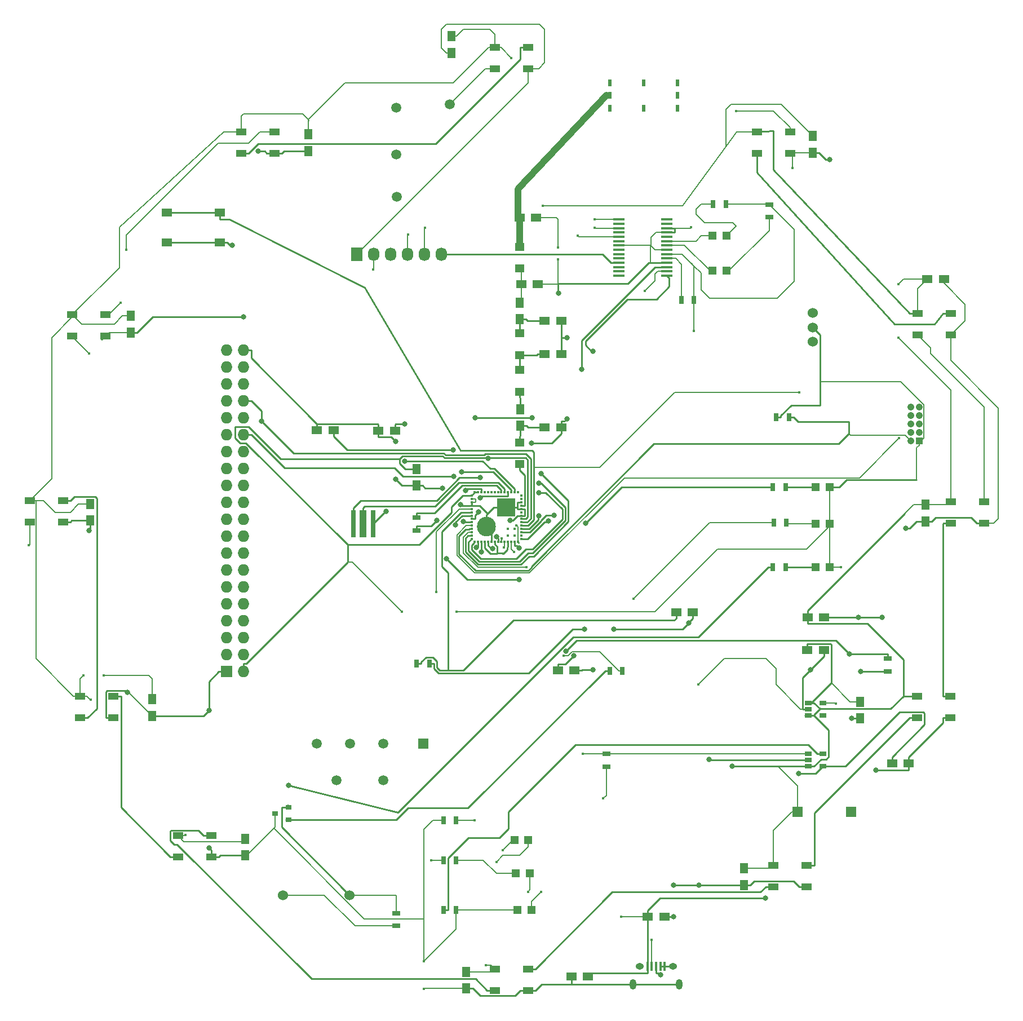
<source format=gtl>
G04 #@! TF.GenerationSoftware,KiCad,Pcbnew,(2016-12-18 revision 3ffa37c)-master*
G04 #@! TF.CreationDate,2016-12-20T20:39:12-08:00*
G04 #@! TF.ProjectId,badge-kicad,62616467652D6B696361642E6B696361,rev?*
G04 #@! TF.FileFunction,Copper,L1,Top,Mixed*
G04 #@! TF.FilePolarity,Positive*
%FSLAX46Y46*%
G04 Gerber Fmt 4.6, Leading zero omitted, Abs format (unit mm)*
G04 Created by KiCad (PCBNEW (2016-12-18 revision 3ffa37c)-master) date Tuesday, December 20, 2016 'PMt' 08:39:12 PM*
%MOMM*%
%LPD*%
G01*
G04 APERTURE LIST*
%ADD10C,0.150000*%
%ADD11R,1.600000X1.000000*%
%ADD12R,1.500000X1.500000*%
%ADD13R,1.198880X1.198880*%
%ADD14C,1.500000*%
%ADD15C,1.050000*%
%ADD16R,1.050000X1.050000*%
%ADD17R,0.900000X0.800000*%
%ADD18O,1.727200X1.727200*%
%ADD19R,1.727200X1.727200*%
%ADD20R,0.700000X1.300000*%
%ADD21R,1.000000X4.100000*%
%ADD22R,0.700000X4.100000*%
%ADD23R,1.250000X1.500000*%
%ADD24R,1.500000X1.250000*%
%ADD25O,1.000000X1.550000*%
%ADD26O,1.250000X0.950000*%
%ADD27R,0.400000X1.350000*%
%ADD28R,1.300000X0.700000*%
%ADD29R,1.727200X2.032000*%
%ADD30O,1.727200X2.032000*%
%ADD31R,1.060000X0.650000*%
%ADD32R,0.500000X1.000000*%
%ADD33C,1.524000*%
%ADD34R,1.750000X0.450000*%
%ADD35R,0.406400X0.406400*%
%ADD36O,2.819400X2.946400*%
%ADD37R,2.667000X2.667000*%
%ADD38R,0.304800X0.406400*%
%ADD39R,0.406400X0.304800*%
%ADD40R,1.550000X1.300000*%
%ADD41R,1.399540X1.150620*%
%ADD42C,0.400000*%
%ADD43C,0.800000*%
%ADD44C,0.130000*%
%ADD45C,0.152400*%
%ADD46C,0.250000*%
%ADD47C,1.000000*%
G04 APERTURE END LIST*
D10*
D11*
X27900000Y-102700000D03*
X27900000Y-99500000D03*
X22900000Y-102700000D03*
X22900000Y-99500000D03*
D12*
X138250000Y-146250000D03*
X146250000Y-146250000D03*
D11*
X166290000Y-102870000D03*
X166290000Y-99670000D03*
X161290000Y-102870000D03*
X161290000Y-99670000D03*
D13*
X97799020Y-150500000D03*
X95700980Y-150500000D03*
X140950980Y-109500000D03*
X143049020Y-109500000D03*
X127549020Y-59750000D03*
X125450980Y-59750000D03*
X125450980Y-65000000D03*
X127549020Y-65000000D03*
X98299020Y-161000000D03*
X96200980Y-161000000D03*
X140950980Y-103000000D03*
X143049020Y-103000000D03*
X143049020Y-97500000D03*
X140950980Y-97500000D03*
X95950980Y-155500000D03*
X98049020Y-155500000D03*
D14*
X78000000Y-40500000D03*
X78000000Y-47500000D03*
X78040000Y-53910000D03*
X86000000Y-40000000D03*
X76000000Y-141500000D03*
X71000000Y-136000000D03*
X76000000Y-136000000D03*
X69000000Y-141500000D03*
X66000000Y-136000000D03*
D12*
X82000000Y-136000000D03*
D15*
X155230000Y-90500000D03*
X155230000Y-85420000D03*
X155230000Y-86690000D03*
X155230000Y-87960000D03*
X155230000Y-89230000D03*
X156500000Y-85420000D03*
X156500000Y-86690000D03*
X156500000Y-87960000D03*
X156500000Y-89230000D03*
D16*
X156500000Y-90500000D03*
D17*
X59750000Y-146500000D03*
X61750000Y-145550000D03*
X61750000Y-147450000D03*
D18*
X55040000Y-76940000D03*
X52500000Y-76940000D03*
X55040000Y-79480000D03*
X52500000Y-79480000D03*
X55040000Y-82020000D03*
X52500000Y-82020000D03*
X55040000Y-84560000D03*
X52500000Y-84560000D03*
X55040000Y-87100000D03*
X52500000Y-87100000D03*
X55040000Y-89640000D03*
X52500000Y-89640000D03*
X55040000Y-92180000D03*
X52500000Y-92180000D03*
X55040000Y-94720000D03*
X52500000Y-94720000D03*
X55040000Y-97260000D03*
X52500000Y-97260000D03*
X55040000Y-99800000D03*
X52500000Y-99800000D03*
X55040000Y-102340000D03*
X52500000Y-102340000D03*
X55040000Y-104880000D03*
X52500000Y-104880000D03*
X55040000Y-107420000D03*
X52500000Y-107420000D03*
X55040000Y-109960000D03*
X52500000Y-109960000D03*
X55040000Y-112500000D03*
X52500000Y-112500000D03*
X55040000Y-115040000D03*
X52500000Y-115040000D03*
X55040000Y-117580000D03*
X52500000Y-117580000D03*
X55040000Y-120120000D03*
X52500000Y-120120000D03*
X55040000Y-122660000D03*
X52500000Y-122660000D03*
X55040000Y-125200000D03*
D19*
X52500000Y-125200000D03*
D20*
X136450000Y-97500000D03*
X134550000Y-97500000D03*
D21*
X73000000Y-103000000D03*
D22*
X71500000Y-103000000D03*
X74500000Y-103000000D03*
D23*
X130175000Y-157230000D03*
X130175000Y-154730000D03*
X88500000Y-170250000D03*
X88500000Y-172750000D03*
X55245000Y-152785000D03*
X55245000Y-150285000D03*
X41275000Y-129330000D03*
X41275000Y-131830000D03*
X32000000Y-102500000D03*
X32000000Y-100000000D03*
X38100000Y-71775000D03*
X38100000Y-74275000D03*
X64770000Y-46970000D03*
X64770000Y-44470000D03*
X86250000Y-29750000D03*
X86250000Y-32250000D03*
D24*
X142250000Y-117000000D03*
X139750000Y-117000000D03*
X152435000Y-138988000D03*
X154935000Y-138988000D03*
X142220000Y-121920000D03*
X139720000Y-121920000D03*
X120000000Y-116250000D03*
X122500000Y-116250000D03*
D23*
X157480000Y-102620000D03*
X157480000Y-100120000D03*
D24*
X66060000Y-88900000D03*
X68560000Y-88900000D03*
X77750000Y-89000000D03*
X75250000Y-89000000D03*
D23*
X81000000Y-94750000D03*
X81000000Y-97250000D03*
X96600000Y-85750000D03*
X96600000Y-88250000D03*
X96500000Y-72250000D03*
X96500000Y-69750000D03*
D24*
X102750000Y-77500000D03*
X100250000Y-77500000D03*
X100250000Y-72500000D03*
X102750000Y-72500000D03*
X99250000Y-67000000D03*
X96750000Y-67000000D03*
X96500000Y-57000000D03*
X99000000Y-57000000D03*
X102750000Y-88500000D03*
X100250000Y-88500000D03*
X106750000Y-171000000D03*
X104250000Y-171000000D03*
X118250000Y-162000000D03*
X115750000Y-162000000D03*
X102250000Y-125000000D03*
X104750000Y-125000000D03*
D23*
X147650000Y-132200000D03*
X147650000Y-129700000D03*
X140500000Y-44750000D03*
X140500000Y-47250000D03*
D24*
X160250000Y-66200000D03*
X157750000Y-66200000D03*
D25*
X120499100Y-172137460D03*
X113499100Y-172137460D03*
D26*
X119499100Y-169437460D03*
X114499100Y-169437460D03*
D27*
X118299100Y-169437460D03*
X117649100Y-169437460D03*
X116999100Y-169437460D03*
X116349100Y-169437460D03*
X115699100Y-169437460D03*
D20*
X85050000Y-153500000D03*
X86950000Y-153500000D03*
D28*
X109500000Y-137550000D03*
X109500000Y-139450000D03*
X134000000Y-56950000D03*
X134000000Y-55050000D03*
D20*
X127450000Y-55000000D03*
X125550000Y-55000000D03*
X86950000Y-147500000D03*
X85050000Y-147500000D03*
D28*
X78000000Y-163350000D03*
X78000000Y-161450000D03*
D20*
X136550000Y-102800000D03*
X134650000Y-102800000D03*
X81050000Y-124000000D03*
X82950000Y-124000000D03*
X122700000Y-69350000D03*
X120800000Y-69350000D03*
X110025000Y-125038000D03*
X111925000Y-125038000D03*
X86950000Y-161000000D03*
X85050000Y-161000000D03*
D28*
X151810000Y-123230000D03*
X151810000Y-125130000D03*
X81000000Y-102050000D03*
X81000000Y-103950000D03*
D20*
X135050000Y-87000000D03*
X136950000Y-87000000D03*
X136450000Y-109500000D03*
X134550000Y-109500000D03*
D29*
X72000000Y-62500000D03*
D30*
X74540000Y-62500000D03*
X77080000Y-62500000D03*
X79620000Y-62500000D03*
X82160000Y-62500000D03*
X84700000Y-62500000D03*
D31*
X142070000Y-129860000D03*
X142070000Y-131760000D03*
X139870000Y-131760000D03*
X139870000Y-130810000D03*
X139870000Y-129860000D03*
X139870000Y-137480000D03*
X139870000Y-138430000D03*
X139870000Y-139380000D03*
X142070000Y-139380000D03*
X142070000Y-137480000D03*
D32*
X110024000Y-40570000D03*
X110024000Y-36770000D03*
X120224000Y-36770000D03*
X120224000Y-40570000D03*
X120224000Y-38670000D03*
X110024000Y-38670000D03*
X115124000Y-36770000D03*
X115124000Y-40570000D03*
D33*
X140500000Y-75650000D03*
X140500000Y-73500000D03*
X140500000Y-71350000D03*
X60960000Y-158750000D03*
X70960000Y-158750000D03*
D34*
X111400000Y-57275000D03*
X111400000Y-57925000D03*
X111400000Y-58575000D03*
X111400000Y-59225000D03*
X111400000Y-59875000D03*
X111400000Y-60525000D03*
X111400000Y-61175000D03*
X111400000Y-61825000D03*
X111400000Y-62475000D03*
X111400000Y-63125000D03*
X111400000Y-63775000D03*
X111400000Y-64425000D03*
X111400000Y-65075000D03*
X111400000Y-65725000D03*
X118600000Y-65725000D03*
X118600000Y-65075000D03*
X118600000Y-64425000D03*
X118600000Y-63775000D03*
X118600000Y-63125000D03*
X118600000Y-62475000D03*
X118600000Y-61825000D03*
X118600000Y-61175000D03*
X118600000Y-60525000D03*
X118600000Y-59875000D03*
X118600000Y-59225000D03*
X118600000Y-58575000D03*
X118600000Y-57925000D03*
X118600000Y-57275000D03*
D11*
X156250000Y-71425000D03*
X156250000Y-74625000D03*
X161250000Y-71425000D03*
X161250000Y-74625000D03*
X137120000Y-47320000D03*
X137120000Y-44120000D03*
X132120000Y-47320000D03*
X132120000Y-44120000D03*
D35*
X94749806Y-104749804D03*
X94749806Y-103749806D03*
X95749804Y-103749806D03*
X95749804Y-104749804D03*
D36*
X91500130Y-103399794D03*
D37*
X94499870Y-100500130D03*
D38*
X89750070Y-98275090D03*
X90250196Y-98275090D03*
X90750068Y-98275090D03*
X91250194Y-98275090D03*
X91750066Y-98275090D03*
X92250192Y-98275090D03*
X92750064Y-98275090D03*
X93249936Y-98275090D03*
X93749808Y-98275090D03*
X94249934Y-98275090D03*
X94749806Y-98275090D03*
X95249932Y-98275090D03*
X95749804Y-98275090D03*
X96249930Y-98275090D03*
D39*
X96724910Y-98750070D03*
X96724910Y-99250196D03*
X96724910Y-99750068D03*
X96724910Y-100250194D03*
X96724910Y-100750066D03*
X96724910Y-101250192D03*
X96724910Y-101750064D03*
X96724910Y-102249936D03*
X96724910Y-102749808D03*
X96724910Y-103249934D03*
X96724910Y-103749806D03*
X96724910Y-104249932D03*
X96724910Y-104749804D03*
X96724910Y-105249930D03*
D38*
X96249930Y-105724910D03*
X95749804Y-105724910D03*
X95249932Y-105724910D03*
X94749806Y-105724910D03*
X94249934Y-105724910D03*
X93749808Y-105724910D03*
X93249936Y-105724910D03*
X92750064Y-105724910D03*
X92250192Y-105724910D03*
X91750066Y-105724910D03*
X91250194Y-105724910D03*
X90750068Y-105724910D03*
X90250196Y-105724910D03*
X89750070Y-105724910D03*
D39*
X89275090Y-105249930D03*
X89275090Y-104749804D03*
X89275090Y-104249932D03*
X89275090Y-103749806D03*
X89275090Y-103249934D03*
X89275090Y-102749808D03*
X89275090Y-102249936D03*
X89275090Y-101750064D03*
X89275090Y-101250192D03*
X89275090Y-100750066D03*
X89275090Y-100250194D03*
X89275090Y-99750068D03*
X89275090Y-99250196D03*
D35*
X89275090Y-98750070D03*
D40*
X51475000Y-60750000D03*
X43525000Y-60750000D03*
X51475000Y-56250000D03*
X43525000Y-56250000D03*
D41*
X96500000Y-83125600D03*
X96500000Y-79874400D03*
X96500000Y-61374400D03*
X96500000Y-64625600D03*
X96500000Y-77625600D03*
X96500000Y-74374400D03*
X96500000Y-90748800D03*
X96500000Y-94000000D03*
D11*
X29300000Y-71600000D03*
X29300000Y-74800000D03*
X34300000Y-71600000D03*
X34300000Y-74800000D03*
X30480000Y-128880000D03*
X30480000Y-132080000D03*
X35480000Y-128880000D03*
X35480000Y-132080000D03*
X50165000Y-153035000D03*
X50165000Y-149835000D03*
X45165000Y-153035000D03*
X45165000Y-149835000D03*
X92750000Y-169850000D03*
X92750000Y-173050000D03*
X97750000Y-169850000D03*
X97750000Y-173050000D03*
X139620000Y-157480000D03*
X139620000Y-154280000D03*
X134620000Y-157480000D03*
X134620000Y-154280000D03*
X156210000Y-128880000D03*
X156210000Y-132080000D03*
X161210000Y-128880000D03*
X161210000Y-132080000D03*
X97750000Y-34620000D03*
X97750000Y-31420000D03*
X92750000Y-34620000D03*
X92750000Y-31420000D03*
X59650000Y-47320000D03*
X59650000Y-44120000D03*
X54650000Y-47320000D03*
X54650000Y-44120000D03*
D42*
X137476000Y-49592000D03*
X122236000Y-58482000D03*
X102250000Y-63250000D03*
X102250000Y-61500000D03*
X82100000Y-168700000D03*
X82100000Y-172800000D03*
D43*
X53316000Y-61119900D03*
X124935000Y-138375000D03*
X146398000Y-132200000D03*
X147730000Y-125130000D03*
X143100000Y-48280300D03*
X110639000Y-118786000D03*
X107475000Y-124940000D03*
X119609000Y-162000000D03*
X87571400Y-100124000D03*
X84916200Y-97601100D03*
D42*
X123373000Y-127113000D03*
D43*
X121875000Y-117904000D03*
X150000000Y-139938000D03*
X55040000Y-71919700D03*
X119609000Y-157230000D03*
X103578000Y-75000000D03*
X103578000Y-87196300D03*
X102365000Y-68326200D03*
X77855900Y-96295900D03*
X77855900Y-90636300D03*
X150979000Y-117000000D03*
X154520000Y-103676000D03*
X140212000Y-124879000D03*
X147378000Y-117000000D03*
X57251200Y-47019500D03*
X37539800Y-128290000D03*
X31833700Y-103997000D03*
X49838300Y-131018000D03*
X49838300Y-151660000D03*
X123400000Y-157230000D03*
X76470600Y-101109000D03*
X95074900Y-102436000D03*
X98288900Y-90845400D03*
X99343500Y-98294000D03*
X98361200Y-87032800D03*
X89843200Y-87032800D03*
X88364100Y-97984400D03*
X57721800Y-87533100D03*
D42*
X138500000Y-83250000D03*
D43*
X99373900Y-101753000D03*
D42*
X96034200Y-103191300D03*
D43*
X85521600Y-108207000D03*
X96405600Y-111319000D03*
X96405600Y-106610000D03*
D42*
X94019100Y-107428200D03*
X103110000Y-122757900D03*
X74500000Y-64750000D03*
X107750000Y-58500000D03*
D43*
X93041600Y-104900000D03*
X61784000Y-142302000D03*
X90764000Y-107234000D03*
X86854600Y-103173000D03*
X90024000Y-106549000D03*
D42*
X82250000Y-58500000D03*
X107750000Y-57250000D03*
D43*
X99367700Y-96863000D03*
D42*
X105250000Y-59750000D03*
X79750000Y-59500000D03*
D43*
X99707600Y-95438000D03*
D42*
X153521900Y-90105400D03*
D43*
X88005700Y-102624000D03*
X84040500Y-102432000D03*
X90358200Y-101177000D03*
X86633400Y-95852700D03*
D42*
X113600000Y-114200000D03*
X84000000Y-113200000D03*
X31800000Y-77400000D03*
X37400000Y-61800000D03*
X36600000Y-69800000D03*
X22800000Y-106200000D03*
X94000000Y-152000000D03*
X89750000Y-147500000D03*
D43*
X105824000Y-79741300D03*
X104648000Y-122772000D03*
X87796600Y-95157100D03*
X86525200Y-91899700D03*
X79233100Y-93553100D03*
X79233100Y-87960400D03*
D42*
X95618700Y-107177700D03*
X94149400Y-106574400D03*
X93774900Y-105159900D03*
X97478200Y-109532000D03*
D43*
X107480000Y-77044600D03*
X117670000Y-170742000D03*
D42*
X115300000Y-68000000D03*
X116350000Y-165450000D03*
X78800000Y-116200000D03*
X87000000Y-116200000D03*
X144750000Y-109500000D03*
X144000000Y-130000000D03*
X93000000Y-153750000D03*
D43*
X91763900Y-93183300D03*
X92402700Y-106736000D03*
X100861000Y-102553000D03*
X146050000Y-122555000D03*
X103477000Y-122074000D03*
D42*
X153400000Y-67000000D03*
X153400000Y-75000000D03*
X31000000Y-125750000D03*
X34000000Y-125750000D03*
X95250000Y-33000000D03*
X100000000Y-55250000D03*
D43*
X128405000Y-139380000D03*
D42*
X46308000Y-149734000D03*
X91403600Y-169302700D03*
X32067500Y-129379200D03*
X83250000Y-153500000D03*
X106000000Y-137500000D03*
X99750000Y-158250000D03*
X109000000Y-144250000D03*
X97750000Y-158250000D03*
X111750000Y-162000000D03*
X122700000Y-74000000D03*
D43*
X138385000Y-140457000D03*
X133398000Y-159235000D03*
D42*
X129000000Y-41000000D03*
D43*
X106275000Y-118786000D03*
X90568600Y-99080300D03*
X90568600Y-96070800D03*
X106390000Y-102925000D03*
X101672000Y-101701000D03*
D44*
X140500000Y-47250000D02*
X137190000Y-47250000D01*
X137190000Y-47250000D02*
X137476000Y-47536000D01*
X137476000Y-47536000D02*
X137476000Y-49592000D01*
X122236000Y-58482000D02*
X122143000Y-58575000D01*
X122143000Y-58575000D02*
X118600000Y-58575000D01*
X140430000Y-47320000D02*
X140500000Y-47250000D01*
X38100000Y-74275000D02*
X34825000Y-74275000D01*
X34825000Y-74275000D02*
X34300000Y-74800000D01*
X97750000Y-34620000D02*
X97750000Y-36750000D01*
X97750000Y-36750000D02*
X72000000Y-62500000D01*
X166290000Y-102870000D02*
X167730000Y-102870000D01*
X161250000Y-78450000D02*
X161250000Y-74625000D01*
X168400000Y-85600000D02*
X161250000Y-78450000D01*
X168400000Y-102200000D02*
X168400000Y-85600000D01*
X167730000Y-102870000D02*
X168400000Y-102200000D01*
X160250000Y-66200000D02*
X160250000Y-66850000D01*
X160250000Y-66850000D02*
X163400000Y-70000000D01*
X163400000Y-70000000D02*
X163400000Y-72475000D01*
X163400000Y-72475000D02*
X161250000Y-74625000D01*
X37539800Y-128290000D02*
X37735000Y-128290000D01*
X37735000Y-128290000D02*
X41275000Y-131830000D01*
X86250000Y-32250000D02*
X85495000Y-32250000D01*
X85495000Y-32250000D02*
X84750000Y-31505000D01*
X84750000Y-31505000D02*
X84750000Y-28750000D01*
X84750000Y-28750000D02*
X85500000Y-28000000D01*
X85500000Y-28000000D02*
X99500000Y-28000000D01*
X99500000Y-28000000D02*
X100250000Y-28750000D01*
X99380000Y-34620000D02*
X97750000Y-34620000D01*
X100250000Y-28750000D02*
X100250000Y-33750000D01*
X100250000Y-33750000D02*
X99380000Y-34620000D01*
X102250000Y-57250000D02*
X102250000Y-61500000D01*
X139870000Y-130810000D02*
X138690000Y-130810000D01*
X127236000Y-123250000D02*
X123373000Y-127113000D01*
X133500000Y-123250000D02*
X127236000Y-123250000D01*
X135000000Y-124750000D02*
X133500000Y-123250000D01*
X135000000Y-127120000D02*
X135000000Y-124750000D01*
X138690000Y-130810000D02*
X135000000Y-127120000D01*
X86950000Y-161000000D02*
X96200980Y-161000000D01*
X86950000Y-161000000D02*
X86950000Y-163850000D01*
X86950000Y-163850000D02*
X82100000Y-168700000D01*
X102000000Y-57000000D02*
X102250000Y-57250000D01*
X98750000Y-57000000D02*
X102000000Y-57000000D01*
X116175000Y-61175000D02*
X116175000Y-63775000D01*
X116250000Y-63750000D02*
X116250000Y-63775000D01*
X116200000Y-63750000D02*
X116250000Y-63750000D01*
X116175000Y-63775000D02*
X116200000Y-63750000D01*
X116825000Y-61825000D02*
X118600000Y-61825000D01*
X116250000Y-61250000D02*
X116825000Y-61825000D01*
X116250000Y-60000000D02*
X116250000Y-61250000D01*
X117025000Y-59225000D02*
X116250000Y-60000000D01*
X118600000Y-59225000D02*
X117025000Y-59225000D01*
X99250000Y-67000000D02*
X102250000Y-67000000D01*
X82150000Y-172750000D02*
X82100000Y-172800000D01*
X88500000Y-172750000D02*
X82150000Y-172750000D01*
D45*
X89824900Y-99750100D02*
X89275100Y-99750100D01*
X89900000Y-99675000D02*
X89824900Y-99750100D01*
X89900000Y-99300000D02*
X89900000Y-99675000D01*
X89850200Y-99250200D02*
X89900000Y-99300000D01*
X89275100Y-99250200D02*
X89850200Y-99250200D01*
D46*
X51475000Y-60750000D02*
X43525000Y-60750000D01*
X52945200Y-61119900D02*
X53316000Y-61119900D01*
X52575300Y-60750000D02*
X52945200Y-61119900D01*
X51475000Y-60750000D02*
X52575300Y-60750000D01*
X96196400Y-99750100D02*
X96196400Y-100500000D01*
X96724900Y-99750100D02*
X96196400Y-99750100D01*
X61125300Y-46970000D02*
X64770000Y-46970000D01*
X60775300Y-47320000D02*
X61125300Y-46970000D01*
X59650000Y-47320000D02*
X60775300Y-47320000D01*
X51540300Y-152785000D02*
X55245000Y-152785000D01*
X51290300Y-153035000D02*
X51540300Y-152785000D01*
X50165000Y-153035000D02*
X51290300Y-153035000D01*
X29225300Y-102500000D02*
X32000000Y-102500000D01*
X29025300Y-102700000D02*
X29225300Y-102500000D01*
X27900000Y-102700000D02*
X29025300Y-102700000D01*
X154935000Y-138038000D02*
X154935000Y-138988000D01*
X160085000Y-132888000D02*
X154935000Y-138038000D01*
X160085000Y-132080000D02*
X160085000Y-132888000D01*
X161210000Y-132080000D02*
X160085000Y-132080000D01*
X118600000Y-63775000D02*
X116250000Y-63775000D01*
X124991000Y-138430000D02*
X124935000Y-138375000D01*
X139870000Y-138430000D02*
X124991000Y-138430000D01*
X151810000Y-125130000D02*
X147730000Y-125130000D01*
X147650000Y-132200000D02*
X146398000Y-132200000D01*
X104250000Y-171000000D02*
X104250000Y-172138000D01*
X142481000Y-48280300D02*
X143100000Y-48280300D01*
X141450000Y-47250000D02*
X142481000Y-48280300D01*
X140500000Y-47250000D02*
X141450000Y-47250000D01*
X105885000Y-124940000D02*
X107475000Y-124940000D01*
X105825000Y-125000000D02*
X105885000Y-124940000D01*
X104750000Y-125000000D02*
X105825000Y-125000000D01*
X118250000Y-162000000D02*
X119609000Y-162000000D01*
X75150000Y-87949700D02*
X66060000Y-87949700D01*
X75250000Y-88049700D02*
X75150000Y-87949700D01*
X75250000Y-89000000D02*
X75250000Y-88049700D01*
X139015000Y-130810000D02*
X139870000Y-130810000D01*
X139015000Y-126076000D02*
X139015000Y-130810000D01*
X122500000Y-117200000D02*
X122500000Y-116250000D01*
X121875000Y-117825000D02*
X122500000Y-117200000D01*
X121875000Y-117904000D02*
X121875000Y-117825000D01*
X154935000Y-139938000D02*
X150000000Y-139938000D01*
X154935000Y-138988000D02*
X154935000Y-139938000D01*
X39050300Y-74275000D02*
X38100000Y-74275000D01*
X41405600Y-71919700D02*
X39050300Y-74275000D01*
X55040000Y-71919700D02*
X41405600Y-71919700D01*
X98875300Y-173050000D02*
X97750000Y-173050000D01*
X99787800Y-172138000D02*
X98875300Y-173050000D01*
X104250000Y-172138000D02*
X99787800Y-172138000D01*
X96624700Y-173050000D02*
X97750000Y-173050000D01*
X95799300Y-173875000D02*
X96624700Y-173050000D01*
X90575700Y-173875000D02*
X95799300Y-173875000D01*
X89450300Y-172750000D02*
X90575700Y-173875000D01*
X88500000Y-172750000D02*
X89450300Y-172750000D01*
X131125000Y-157230000D02*
X130175000Y-157230000D01*
X131701000Y-156655000D02*
X131125000Y-157230000D01*
X137669000Y-156655000D02*
X131701000Y-156655000D01*
X138495000Y-157480000D02*
X137669000Y-156655000D01*
X139620000Y-157480000D02*
X138495000Y-157480000D01*
X102750000Y-75000000D02*
X103578000Y-75000000D01*
X103224000Y-87549700D02*
X103578000Y-87196300D01*
X102750000Y-87549700D02*
X103224000Y-87549700D01*
X102750000Y-88500000D02*
X102750000Y-87549700D01*
X102250000Y-68210900D02*
X102365000Y-68326200D01*
X102250000Y-67000000D02*
X102250000Y-68210900D01*
X119800000Y-58575000D02*
X118600000Y-58575000D01*
X119800000Y-59225000D02*
X119800000Y-58575000D01*
X118600000Y-59225000D02*
X119800000Y-59225000D01*
X78810000Y-97250000D02*
X77855900Y-96295900D01*
X81000000Y-97250000D02*
X78810000Y-97250000D01*
X77169900Y-89950300D02*
X77855900Y-90636300D01*
X75250000Y-89950300D02*
X77169900Y-89950300D01*
X75250000Y-89000000D02*
X75250000Y-89950300D01*
X139015000Y-126076000D02*
X140212000Y-124879000D01*
X142220000Y-122870000D02*
X140212000Y-124879000D01*
X142220000Y-121920000D02*
X142220000Y-122870000D01*
X58224200Y-47019500D02*
X57251200Y-47019500D01*
X58524700Y-47320000D02*
X58224200Y-47019500D01*
X59650000Y-47320000D02*
X58524700Y-47320000D01*
X32000000Y-103830000D02*
X31833700Y-103997000D01*
X32000000Y-102500000D02*
X32000000Y-103830000D01*
X34354700Y-132080000D02*
X35480000Y-132080000D01*
X34354700Y-128230000D02*
X34354700Y-132080000D01*
X34533100Y-128052000D02*
X34354700Y-128230000D01*
X37301700Y-128052000D02*
X34533100Y-128052000D01*
X37539800Y-128290000D02*
X37301700Y-128052000D01*
X50165000Y-151987000D02*
X50165000Y-153035000D01*
X49838300Y-151660000D02*
X50165000Y-151987000D01*
X49026500Y-131830000D02*
X49838300Y-131018000D01*
X41275000Y-131830000D02*
X49026500Y-131830000D01*
X51311100Y-125200000D02*
X52500000Y-125200000D01*
X49838300Y-126673000D02*
X51311100Y-125200000D01*
X49838300Y-131018000D02*
X49838300Y-126673000D01*
X76390700Y-101109000D02*
X74500000Y-103000000D01*
X76470600Y-101109000D02*
X76390700Y-101109000D01*
X34137700Y-74828000D02*
X33663500Y-75302200D01*
X66060000Y-88900000D02*
X66060000Y-87949700D01*
X56228900Y-78118600D02*
X66060000Y-87949700D01*
X56228900Y-76940000D02*
X56228900Y-78118600D01*
X55040000Y-76940000D02*
X56228900Y-76940000D01*
X120993000Y-118786000D02*
X110639000Y-118786000D01*
X121875000Y-117904000D02*
X120993000Y-118786000D01*
X89275100Y-99750100D02*
X89275100Y-100250000D01*
X87697600Y-100250000D02*
X87571400Y-100124000D01*
X89275100Y-100250000D02*
X87697600Y-100250000D01*
X81950300Y-97250000D02*
X81000000Y-97250000D01*
X82301400Y-97601100D02*
X81950300Y-97250000D01*
X84916200Y-97601100D02*
X82301400Y-97601100D01*
X101355000Y-90845400D02*
X98288900Y-90845400D01*
X102750000Y-89450300D02*
X101355000Y-90845400D01*
X102750000Y-88500000D02*
X102750000Y-89450300D01*
X90469700Y-100250000D02*
X91660500Y-101441000D01*
X89275100Y-100250000D02*
X90469700Y-100250000D01*
X102250000Y-67000000D02*
X102250000Y-66996600D01*
D44*
X102250000Y-63250000D02*
X102250000Y-66996600D01*
X82100000Y-162288500D02*
X82100000Y-168700000D01*
D46*
X102750000Y-77500000D02*
X102750000Y-75000000D01*
X102750000Y-75000000D02*
X102750000Y-72500000D01*
X142250000Y-117000000D02*
X147378000Y-117000000D01*
X147378000Y-117000000D02*
X150979000Y-117000000D01*
X130175000Y-157230000D02*
X123400000Y-157230000D01*
X123400000Y-157230000D02*
X119609000Y-157230000D01*
X115900000Y-63775000D02*
X116175000Y-63775000D01*
X112726000Y-66948300D02*
X115900000Y-63775000D01*
X102298000Y-66948300D02*
X112726000Y-66948300D01*
X102250000Y-66996600D02*
X102298000Y-66948300D01*
X116175000Y-63775000D02*
X116250000Y-63775000D01*
X91500100Y-101601000D02*
X91500100Y-103399800D01*
X91660500Y-101441000D02*
X91500100Y-101601000D01*
X33575000Y-74828000D02*
X34137700Y-74828000D01*
X156129000Y-102620000D02*
X157480000Y-102620000D01*
X155073000Y-103676000D02*
X156129000Y-102620000D01*
X154520000Y-103676000D02*
X155073000Y-103676000D01*
X165165000Y-102870000D02*
X166290000Y-102870000D01*
X164339000Y-102045000D02*
X165165000Y-102870000D01*
X159006000Y-102045000D02*
X164339000Y-102045000D01*
X158430000Y-102620000D02*
X159006000Y-102045000D01*
X157480000Y-102620000D02*
X158430000Y-102620000D01*
D44*
X111400000Y-61175000D02*
X116175000Y-61175000D01*
X116175000Y-61175000D02*
X116250000Y-61250000D01*
D46*
X92250200Y-104150000D02*
X92250200Y-105724900D01*
X91500100Y-103400000D02*
X92250200Y-104150000D01*
X91500100Y-103399800D02*
X91500100Y-103400000D01*
X92250200Y-105724900D02*
X92250200Y-105725000D01*
D44*
X96724900Y-101750000D02*
X96724900Y-101750100D01*
D46*
X95509900Y-102436000D02*
X95074900Y-102436000D01*
X96196300Y-101750000D02*
X95509900Y-102436000D01*
X96724900Y-101750000D02*
X96196300Y-101750000D01*
X117649600Y-169438000D02*
X117649000Y-169438000D01*
D44*
X117649600Y-169438000D02*
X117649100Y-169437500D01*
X89275100Y-100250200D02*
X89275100Y-100250000D01*
X96724900Y-100750000D02*
X96724900Y-100750100D01*
D46*
X96196400Y-100750000D02*
X96724900Y-100750000D01*
X96196400Y-100500000D02*
X96196400Y-100750000D01*
X97253400Y-101750000D02*
X96724900Y-101750000D01*
X97253400Y-100750000D02*
X97253400Y-101750000D01*
X96724900Y-100750000D02*
X97253400Y-100750000D01*
X118298600Y-169438000D02*
X117649600Y-169438000D01*
D44*
X118298600Y-169438000D02*
X118299100Y-169437500D01*
D46*
X119499000Y-169438000D02*
X118298600Y-169438000D01*
D44*
X119499000Y-169437600D02*
X119499000Y-169438000D01*
X119499100Y-169437500D02*
X119499000Y-169437600D01*
X120499000Y-172137600D02*
X120499000Y-172138000D01*
X120499100Y-172137500D02*
X120499000Y-172137600D01*
D46*
X96196400Y-100500000D02*
X94499800Y-100500000D01*
X92601300Y-100500000D02*
X91660500Y-101441000D01*
X94499800Y-100500000D02*
X92601300Y-100500000D01*
D44*
X94499800Y-100500000D02*
X94499900Y-100500100D01*
D46*
X55720200Y-152785000D02*
X55482600Y-152785000D01*
X55482600Y-152785000D02*
X55245000Y-152785000D01*
D44*
X82100000Y-148900000D02*
X82100000Y-162288500D01*
X83500000Y-147500000D02*
X82100000Y-148900000D01*
X85050000Y-147500000D02*
X83500000Y-147500000D01*
X73136300Y-162288500D02*
X59557700Y-148709900D01*
X82100000Y-162288500D02*
X73136300Y-162288500D01*
X55482600Y-152785000D02*
X59557700Y-148709900D01*
X59750000Y-148517600D02*
X59750000Y-146500000D01*
X59557700Y-148709900D02*
X59750000Y-148517600D01*
D46*
X104250000Y-172138000D02*
X113498600Y-172138000D01*
X113498600Y-172138000D02*
X120499000Y-172138000D01*
D44*
X113498600Y-172138000D02*
X113499100Y-172137500D01*
D46*
X96049000Y-161000000D02*
X96419900Y-161000000D01*
X98361200Y-87032800D02*
X89843200Y-87032800D01*
X88601900Y-97746600D02*
X88364100Y-97984400D01*
X90750100Y-97746600D02*
X88601900Y-97746600D01*
X90750100Y-98275100D02*
X90750100Y-97746600D01*
X89750100Y-105725000D02*
X89570500Y-105904400D01*
D44*
X89570600Y-105904400D02*
X89750100Y-105724900D01*
X89570500Y-105904400D02*
X89570600Y-105904400D01*
D46*
X100401000Y-98294000D02*
X99343500Y-98294000D01*
X102900000Y-100793000D02*
X100401000Y-98294000D01*
X102900000Y-102299000D02*
X102900000Y-100793000D01*
X98419500Y-106780000D02*
X102900000Y-102299000D01*
X97395000Y-106780000D02*
X98419500Y-106780000D01*
X95967200Y-108207000D02*
X97395000Y-106780000D01*
X90635000Y-108207000D02*
X95967200Y-108207000D01*
X89270500Y-106843000D02*
X90635000Y-108207000D01*
X89270500Y-106204000D02*
X89270500Y-106843000D01*
X89570500Y-105904400D02*
X89270500Y-106204000D01*
X96725100Y-100250000D02*
X96724900Y-100250000D01*
X97253400Y-100250000D02*
X96725100Y-100250000D01*
X97253400Y-95654000D02*
X97253400Y-100250000D01*
X96500000Y-94900600D02*
X97253400Y-95654000D01*
X96500000Y-94000000D02*
X96500000Y-94900600D01*
D44*
X96725100Y-100250000D02*
X96724900Y-100250200D01*
D46*
X56228900Y-84560000D02*
X55040000Y-84560000D01*
X57721800Y-86052900D02*
X56228900Y-84560000D01*
X57721800Y-87533100D02*
X57721800Y-86052900D01*
X96725100Y-102750000D02*
X96724900Y-102750000D01*
X97594300Y-102750000D02*
X96725100Y-102750000D01*
X98167900Y-102176000D02*
X97594300Y-102750000D01*
X98167900Y-93216700D02*
X98167900Y-102176000D01*
X97409200Y-92458000D02*
X98167900Y-93216700D01*
X91334700Y-92458000D02*
X97409200Y-92458000D01*
X91140200Y-92652500D02*
X91334700Y-92458000D01*
X85399900Y-92652500D02*
X91140200Y-92652500D01*
X85115000Y-92367600D02*
X85399900Y-92652500D01*
X62556300Y-92367600D02*
X85115000Y-92367600D01*
X57721800Y-87533100D02*
X62556300Y-92367600D01*
D44*
X96725100Y-102750000D02*
X96724900Y-102749800D01*
X98618200Y-94500000D02*
X108500000Y-94500000D01*
X119750000Y-83250000D02*
X138500000Y-83250000D01*
X108500000Y-94500000D02*
X119750000Y-83250000D01*
D46*
X51475000Y-56250000D02*
X43525000Y-56250000D01*
X96724900Y-103250000D02*
X96725000Y-103250000D01*
D44*
X96725000Y-103250000D02*
X96724900Y-103249900D01*
D46*
X98618200Y-102363000D02*
X98618200Y-94500000D01*
X98618200Y-94500000D02*
X98618200Y-92198200D01*
X97731100Y-103250000D02*
X98618200Y-102363000D01*
X96725000Y-103250000D02*
X97731100Y-103250000D01*
X51475000Y-57225300D02*
X51475000Y-56250000D01*
X52876600Y-57225300D02*
X51475000Y-57225300D01*
X87616600Y-91965300D02*
X73250000Y-67500000D01*
X73250000Y-67500000D02*
X52876600Y-57225300D01*
X98385300Y-91965300D02*
X87616600Y-91965300D01*
X98618200Y-92198200D02*
X98385300Y-91965300D01*
X96724900Y-103750000D02*
X96725100Y-103750000D01*
X99310200Y-101816000D02*
X99373900Y-101753000D01*
X99310200Y-102367000D02*
X99310200Y-101816000D01*
X97927200Y-103750000D02*
X99310200Y-102367000D01*
X96725100Y-103750000D02*
X97927200Y-103750000D01*
D44*
X96725100Y-103750000D02*
X96724900Y-103749800D01*
X96034200Y-103191300D02*
X96249900Y-103407000D01*
X96249900Y-103407000D02*
X96249900Y-105724900D01*
D46*
X96344400Y-105819000D02*
X96249900Y-105725000D01*
D44*
X96249900Y-105724900D02*
X96249900Y-105725000D01*
D46*
X88633500Y-111319000D02*
X96405600Y-111319000D01*
X85521600Y-108207000D02*
X88633500Y-111319000D01*
X96048900Y-106253000D02*
X96405600Y-106610000D01*
X95749800Y-106253000D02*
X96048900Y-106253000D01*
X95749800Y-105725000D02*
X95749800Y-106253000D01*
D44*
X95749800Y-105725000D02*
X95749800Y-105724900D01*
X91250200Y-105725000D02*
X91250200Y-105724900D01*
X92750100Y-105725000D02*
X92750100Y-105724900D01*
X94749800Y-105725000D02*
X94749800Y-105724900D01*
D46*
X93018400Y-107490000D02*
X93156900Y-107352000D01*
X92131100Y-107490000D02*
X93018400Y-107490000D01*
X91250200Y-106610000D02*
X92131100Y-107490000D01*
X91250200Y-105725000D02*
X91250200Y-106610000D01*
X92750100Y-106058000D02*
X92750100Y-105725000D01*
X93156900Y-106465000D02*
X92750100Y-106058000D01*
X93156900Y-107352000D02*
X93156900Y-106465000D01*
X93156900Y-107352000D02*
X94025300Y-107352000D01*
X94749800Y-106425000D02*
X94749800Y-105725000D01*
X94607600Y-106567000D02*
X94749800Y-106425000D01*
X94607600Y-106911000D02*
X94607600Y-106567000D01*
X94166300Y-107352000D02*
X94607600Y-106911000D01*
X94025300Y-107352000D02*
X94166300Y-107352000D01*
D44*
X94019100Y-107358200D02*
X94019100Y-107428200D01*
X94025300Y-107352000D02*
X94019100Y-107358200D01*
X108506400Y-122164700D02*
X111379700Y-125038000D01*
X104413300Y-122164700D02*
X108506400Y-122164700D01*
X103820100Y-122757900D02*
X104413300Y-122164700D01*
X103110000Y-122757900D02*
X103820100Y-122757900D01*
X111925000Y-125038000D02*
X111379700Y-125038000D01*
X74540000Y-64710000D02*
X74540000Y-62500000D01*
X74500000Y-64750000D02*
X74540000Y-64710000D01*
X107825000Y-58575000D02*
X107750000Y-58500000D01*
X111400000Y-58575000D02*
X107825000Y-58575000D01*
D46*
X93249900Y-105725000D02*
X93249900Y-105724900D01*
X93041600Y-104988000D02*
X93041600Y-104900000D01*
X93249900Y-105196000D02*
X93041600Y-104988000D01*
X93249900Y-105724900D02*
X93249900Y-105196000D01*
X78213000Y-146312000D02*
X61784000Y-142302000D01*
X104513000Y-120012000D02*
X78213000Y-146312000D01*
X123362000Y-120012000D02*
X104513000Y-120012000D01*
X133875000Y-109500000D02*
X123362000Y-120012000D01*
X134550000Y-109500000D02*
X133875000Y-109500000D01*
X90750100Y-107220000D02*
X90764000Y-107234000D01*
X90750100Y-105725000D02*
X90750100Y-107220000D01*
D44*
X90750100Y-105725000D02*
X90750100Y-105724900D01*
D46*
X89275100Y-101750000D02*
X89275000Y-101750000D01*
X86854600Y-102749000D02*
X86854600Y-103173000D01*
X87853700Y-101750000D02*
X86854600Y-102749000D01*
X89275000Y-101750000D02*
X87853700Y-101750000D01*
D44*
X89275000Y-101750000D02*
X89275100Y-101750100D01*
D46*
X90250200Y-106322000D02*
X90024000Y-106549000D01*
X90250200Y-105725000D02*
X90250200Y-106322000D01*
D44*
X90250200Y-105725000D02*
X90250200Y-105724900D01*
X82160000Y-58590000D02*
X82160000Y-62500000D01*
X82250000Y-58500000D02*
X82160000Y-58590000D01*
X107775000Y-57275000D02*
X107750000Y-57250000D01*
X111400000Y-57275000D02*
X107775000Y-57275000D01*
D46*
X99686100Y-96863000D02*
X99367700Y-96863000D01*
X103350000Y-100527000D02*
X99686100Y-96863000D01*
X103350000Y-102486000D02*
X103350000Y-100527000D01*
X98437500Y-107398000D02*
X103350000Y-102486000D01*
X97731300Y-107398000D02*
X98437500Y-107398000D01*
X96472100Y-108658000D02*
X97731300Y-107398000D01*
X90448400Y-108658000D02*
X96472100Y-108658000D01*
X88817100Y-107026000D02*
X90448400Y-108658000D01*
X88817100Y-105708000D02*
X88817100Y-107026000D01*
X89275100Y-105250000D02*
X88817100Y-105708000D01*
D44*
X89275100Y-105250000D02*
X89275100Y-105249900D01*
X105375000Y-59875000D02*
X111400000Y-59875000D01*
X105250000Y-59750000D02*
X105375000Y-59875000D01*
X79620000Y-59630000D02*
X79750000Y-59500000D01*
X79620000Y-62500000D02*
X79620000Y-59630000D01*
D46*
X89275100Y-104750000D02*
X89274900Y-104750000D01*
X103800000Y-99530900D02*
X99707600Y-95438000D01*
X103800000Y-102672000D02*
X103800000Y-99530900D01*
X98624000Y-107849000D02*
X103800000Y-102672000D01*
X97917800Y-107849000D02*
X98624000Y-107849000D01*
X96658700Y-109108000D02*
X97917800Y-107849000D01*
X90261800Y-109108000D02*
X96658700Y-109108000D01*
X88357000Y-107203000D02*
X90261800Y-109108000D01*
X88357000Y-105139000D02*
X88357000Y-107203000D01*
X88746600Y-104750000D02*
X88357000Y-105139000D01*
X89274900Y-104750000D02*
X88746600Y-104750000D01*
D44*
X89274900Y-104750000D02*
X89275100Y-104749800D01*
D46*
X89275100Y-103750000D02*
X89274900Y-103750000D01*
D44*
X89274900Y-103750000D02*
X89275100Y-103749800D01*
X146240600Y-89680800D02*
X145969000Y-89409200D01*
X154410900Y-89680800D02*
X146240600Y-89680800D01*
X154410900Y-89680900D02*
X154410900Y-89680800D01*
X155230000Y-90500000D02*
X154410900Y-89680900D01*
D46*
X144408000Y-90970200D02*
X145969000Y-89409200D01*
X116642000Y-90970200D02*
X144408000Y-90970200D01*
X98240300Y-109372000D02*
X116642000Y-90970200D01*
X98240300Y-109578000D02*
X98240300Y-109372000D01*
X97809800Y-110008000D02*
X98240300Y-109578000D01*
X89888600Y-110008000D02*
X97809800Y-110008000D01*
X87400800Y-107521000D02*
X89888600Y-110008000D01*
X87400800Y-104807000D02*
X87400800Y-107521000D01*
X88408300Y-103800000D02*
X87400800Y-104807000D01*
X88886000Y-103800000D02*
X88408300Y-103800000D01*
X88935700Y-103750000D02*
X88886000Y-103800000D01*
X89274900Y-103750000D02*
X88935700Y-103750000D01*
X137625000Y-87000000D02*
X136950000Y-87000000D01*
X138301000Y-87675300D02*
X137625000Y-87000000D01*
X145969000Y-87675300D02*
X138301000Y-87675300D01*
X145969000Y-89409200D02*
X145969000Y-87675300D01*
D44*
X147541300Y-96086000D02*
X153521900Y-90105400D01*
X112208600Y-96086000D02*
X147541300Y-96086000D01*
X97947600Y-110347000D02*
X112208600Y-96086000D01*
X89710800Y-110347000D02*
X97947600Y-110347000D01*
X87067300Y-107703500D02*
X89710800Y-110347000D01*
X87067300Y-104656500D02*
X87067300Y-107703500D01*
X88473900Y-103249900D02*
X87067300Y-104656500D01*
X89275100Y-103249900D02*
X88473900Y-103249900D01*
D46*
X83198100Y-103275000D02*
X84040500Y-102432000D01*
X81000000Y-103275000D02*
X83198100Y-103275000D01*
X81000000Y-103950000D02*
X81000000Y-103275000D01*
X89275100Y-102750000D02*
X89274900Y-102750000D01*
X88131700Y-102750000D02*
X88005700Y-102624000D01*
X89274900Y-102750000D02*
X88131700Y-102750000D01*
D44*
X89274900Y-102750000D02*
X89275100Y-102749800D01*
D46*
X78973300Y-95852700D02*
X86633400Y-95852700D01*
X77745400Y-94624800D02*
X78973300Y-95852700D01*
X61213700Y-94624800D02*
X77745400Y-94624800D01*
X56228900Y-89640000D02*
X61213700Y-94624800D01*
X55040000Y-89640000D02*
X56228900Y-89640000D01*
X89275100Y-102250000D02*
X89275200Y-102250000D01*
X89803600Y-101732000D02*
X90358200Y-101177000D01*
X89803600Y-102250000D02*
X89803600Y-101732000D01*
X89275200Y-102250000D02*
X89803600Y-102250000D01*
D44*
X89275200Y-102250000D02*
X89275100Y-102249900D01*
D46*
X84516300Y-124975000D02*
X85736800Y-124975000D01*
X84075700Y-124535000D02*
X84516300Y-124975000D01*
X84075700Y-123628000D02*
X84075700Y-124535000D01*
X83472800Y-123025000D02*
X84075700Y-123628000D01*
X82447500Y-123025000D02*
X83472800Y-123025000D01*
X81725300Y-123747000D02*
X82447500Y-123025000D01*
X81725300Y-124000000D02*
X81725300Y-123747000D01*
X81050000Y-124000000D02*
X81725300Y-124000000D01*
X120000000Y-117200000D02*
X120000000Y-116250000D01*
X119725000Y-117475000D02*
X120000000Y-117200000D01*
X95571500Y-117475000D02*
X119725000Y-117475000D01*
X88071600Y-124975000D02*
X95571500Y-117475000D01*
X85736800Y-124975000D02*
X88071600Y-124975000D01*
X89275100Y-101250000D02*
X89274900Y-101250000D01*
X85736800Y-110367000D02*
X85736800Y-124975000D01*
X84796300Y-109426000D02*
X85736800Y-110367000D01*
X84796300Y-104168000D02*
X84796300Y-109426000D01*
X87664800Y-101300000D02*
X84796300Y-104168000D01*
X88489900Y-101300000D02*
X87664800Y-101300000D01*
X88539400Y-101250000D02*
X88489900Y-101300000D01*
X89274900Y-101250000D02*
X88539400Y-101250000D01*
D44*
X89274900Y-101250000D02*
X89275100Y-101250200D01*
X89275090Y-100750066D02*
X87449934Y-100750066D01*
X125000000Y-102800000D02*
X134650000Y-102800000D01*
X113600000Y-114200000D02*
X125000000Y-102800000D01*
X84000000Y-104200000D02*
X84000000Y-113200000D01*
X87449934Y-100750066D02*
X84000000Y-104200000D01*
D46*
X89275100Y-100750000D02*
X89275000Y-100750000D01*
D44*
X89275000Y-100750000D02*
X89275100Y-100750100D01*
X78000000Y-161450000D02*
X78000000Y-158800000D01*
X77950000Y-158750000D02*
X70960000Y-158750000D01*
X78000000Y-158800000D02*
X77950000Y-158750000D01*
D46*
X61705300Y-145220000D02*
X61540200Y-145385000D01*
X60750000Y-148540000D02*
X70960000Y-158750000D01*
X60750000Y-145550000D02*
X60750000Y-148540000D01*
X61375000Y-145550000D02*
X60750000Y-145550000D01*
X61540200Y-145385000D02*
X61375000Y-145550000D01*
D44*
X61705200Y-145550000D02*
X61540200Y-145385000D01*
X61750000Y-145550000D02*
X61705200Y-145550000D01*
X118600000Y-60525000D02*
X122975000Y-60525000D01*
X123750000Y-59750000D02*
X125450980Y-59750000D01*
X122975000Y-60525000D02*
X123750000Y-59750000D01*
X121255000Y-61175000D02*
X125080000Y-65000000D01*
X118600000Y-61175000D02*
X121255000Y-61175000D01*
X125451000Y-65000000D02*
X125080000Y-65000000D01*
D46*
X96624700Y-31420000D02*
X97750000Y-31420000D01*
X96624700Y-33182200D02*
X96624700Y-31420000D01*
X83912300Y-45894600D02*
X96624700Y-33182200D01*
X57200700Y-45894600D02*
X83912300Y-45894600D01*
X55775300Y-47320000D02*
X57200700Y-45894600D01*
X54650000Y-47320000D02*
X55775300Y-47320000D01*
D44*
X92750000Y-34620000D02*
X91380000Y-34620000D01*
X91380000Y-34620000D02*
X86000000Y-40000000D01*
X59650000Y-44120000D02*
X57480000Y-44120000D01*
X31800000Y-77400000D02*
X29300000Y-74900000D01*
X37400000Y-59600000D02*
X37400000Y-61800000D01*
X51200000Y-45800000D02*
X37400000Y-59600000D01*
X55800000Y-45800000D02*
X51200000Y-45800000D01*
X57480000Y-44120000D02*
X55800000Y-45800000D01*
X29300000Y-74900000D02*
X29300000Y-74800000D01*
D46*
X160165000Y-102870000D02*
X161290000Y-102870000D01*
X160085000Y-102950000D02*
X160165000Y-102870000D01*
X160085000Y-128880000D02*
X160085000Y-102950000D01*
X161210000Y-128880000D02*
X160085000Y-128880000D01*
X140745000Y-154280000D02*
X139620000Y-154280000D01*
X140745000Y-146419000D02*
X140745000Y-154280000D01*
X155085000Y-132080000D02*
X140745000Y-146419000D01*
X156210000Y-132080000D02*
X155085000Y-132080000D01*
X133495000Y-157480000D02*
X134620000Y-157480000D01*
X132669000Y-158305000D02*
X133495000Y-157480000D01*
X110420000Y-158305000D02*
X132669000Y-158305000D01*
X98875300Y-169850000D02*
X110420000Y-158305000D01*
X97750000Y-169850000D02*
X98875300Y-169850000D01*
X49039700Y-149835000D02*
X50165000Y-149835000D01*
X48214300Y-149010000D02*
X49039700Y-149835000D01*
X44154800Y-149010000D02*
X48214300Y-149010000D01*
X44039600Y-149125000D02*
X44154800Y-149010000D01*
X44039600Y-150541000D02*
X44039600Y-149125000D01*
X44609000Y-151111000D02*
X44039600Y-150541000D01*
X45027800Y-151111000D02*
X44609000Y-151111000D01*
X65242500Y-171325000D02*
X45027800Y-151111000D01*
X89900100Y-171325000D02*
X65242500Y-171325000D01*
X91624700Y-173050000D02*
X89900100Y-171325000D01*
X92750000Y-173050000D02*
X91624700Y-173050000D01*
D44*
X34300000Y-71600000D02*
X34800000Y-71600000D01*
X34800000Y-71600000D02*
X36600000Y-69800000D01*
X22800000Y-106200000D02*
X22900000Y-106100000D01*
X22900000Y-106100000D02*
X22900000Y-102700000D01*
D46*
X136450000Y-109500000D02*
X140580000Y-109500000D01*
D44*
X140580000Y-109500000D02*
X140951000Y-109500000D01*
X86950000Y-147500000D02*
X89750000Y-147500000D01*
X94000000Y-152000000D02*
X95500000Y-150500000D01*
X95500000Y-150500000D02*
X95700980Y-150500000D01*
X166290000Y-99670000D02*
X166290000Y-85490000D01*
X158200000Y-76575000D02*
X156250000Y-74625000D01*
X158200000Y-77400000D02*
X158200000Y-76575000D01*
X166290000Y-85490000D02*
X158200000Y-77400000D01*
D46*
X105824000Y-75443100D02*
X105824000Y-79741300D01*
X116842000Y-64425000D02*
X105824000Y-75443100D01*
X118600000Y-64425000D02*
X116842000Y-64425000D01*
X103370000Y-124050000D02*
X104648000Y-122772000D01*
X102250000Y-124050000D02*
X103370000Y-124050000D01*
X102250000Y-125000000D02*
X102250000Y-124050000D01*
X81000000Y-101375000D02*
X81000000Y-102050000D01*
X83722000Y-101375000D02*
X81000000Y-101375000D01*
X87850200Y-97246500D02*
X83722000Y-101375000D01*
X93059200Y-97246500D02*
X87850200Y-97246500D01*
X93749800Y-97937100D02*
X93059200Y-97246500D01*
X93749800Y-98275100D02*
X93749800Y-97937100D01*
X70609400Y-91899700D02*
X86525200Y-91899700D01*
X68560000Y-89850300D02*
X70609400Y-91899700D01*
X68560000Y-88900000D02*
X68560000Y-89850300D01*
X92523400Y-95157100D02*
X87796600Y-95157100D01*
X95249900Y-97883600D02*
X92523400Y-95157100D01*
X95249900Y-98275100D02*
X95249900Y-97883600D01*
X77839300Y-87960400D02*
X79233100Y-87960400D01*
X77750000Y-88049700D02*
X77839300Y-87960400D01*
X77750000Y-89000000D02*
X77750000Y-88049700D01*
X95749800Y-97746600D02*
X95749800Y-98275100D01*
X92710000Y-94706800D02*
X95749800Y-97746600D01*
X92102100Y-94706800D02*
X92710000Y-94706800D01*
X90948400Y-93553100D02*
X92102100Y-94706800D01*
X79233100Y-93553100D02*
X90948400Y-93553100D01*
D44*
X95249900Y-106808900D02*
X95618700Y-107177700D01*
X95249900Y-105724900D02*
X95249900Y-106808900D01*
X94249900Y-106473900D02*
X94149400Y-106574400D01*
X94249900Y-105724900D02*
X94249900Y-106473900D01*
X93749800Y-105724900D02*
X93749800Y-105725000D01*
D46*
X93749800Y-105725000D02*
X93766900Y-105708000D01*
D44*
X93766900Y-105167900D02*
X93766900Y-105708000D01*
X93774900Y-105159900D02*
X93766900Y-105167900D01*
X90212200Y-109532000D02*
X97478200Y-109532000D01*
X88026900Y-107346700D02*
X90212200Y-109532000D01*
X88026900Y-105007900D02*
X88026900Y-107346700D01*
X88784900Y-104249900D02*
X88026900Y-105007900D01*
X89275100Y-104249900D02*
X88784900Y-104249900D01*
X125550000Y-55000000D02*
X123750000Y-55000000D01*
X129000000Y-58299020D02*
X127549020Y-59750000D01*
X129000000Y-58250000D02*
X129000000Y-58299020D01*
X128500000Y-57750000D02*
X129000000Y-58250000D01*
X124250000Y-57750000D02*
X128500000Y-57750000D01*
X123000000Y-56500000D02*
X124250000Y-57750000D01*
X123000000Y-55750000D02*
X123000000Y-56500000D01*
X123750000Y-55000000D02*
X123000000Y-55750000D01*
X134000000Y-58919900D02*
X127920000Y-65000000D01*
X134000000Y-56950000D02*
X134000000Y-58919900D01*
X127549000Y-65000000D02*
X127920000Y-65000000D01*
D46*
X132150000Y-50250000D02*
X132120000Y-47320000D01*
X152800000Y-73000000D02*
X132150000Y-50250000D01*
X158800000Y-73000000D02*
X152800000Y-73000000D01*
X160125000Y-71425000D02*
X158800000Y-73000000D01*
X161250000Y-71425000D02*
X160125000Y-71425000D01*
X44039700Y-153035000D02*
X45165000Y-153035000D01*
X36605300Y-145601000D02*
X44039700Y-153035000D01*
X36605300Y-128880000D02*
X36605300Y-145601000D01*
X35480000Y-128880000D02*
X36605300Y-128880000D01*
X31605300Y-132080000D02*
X30480000Y-132080000D01*
X32980000Y-130705000D02*
X31605300Y-132080000D01*
X32980000Y-99138900D02*
X32980000Y-130705000D01*
X32765700Y-98924600D02*
X32980000Y-99138900D01*
X29600700Y-98924600D02*
X32765700Y-98924600D01*
X29025300Y-99500000D02*
X29600700Y-98924600D01*
X27900000Y-99500000D02*
X29025300Y-99500000D01*
X96600000Y-89748200D02*
X96600000Y-88250000D01*
X96500000Y-89848200D02*
X96600000Y-89748200D01*
X96500000Y-90748800D02*
X96500000Y-89848200D01*
X97800300Y-88500000D02*
X100250000Y-88500000D01*
X97550300Y-88250000D02*
X97800300Y-88500000D01*
X96600000Y-88250000D02*
X97550300Y-88250000D01*
X99049100Y-77625600D02*
X96500000Y-77625600D01*
X99174700Y-77500000D02*
X99049100Y-77625600D01*
X100250000Y-77500000D02*
X99174700Y-77500000D01*
X96500000Y-79874400D02*
X96500000Y-77625600D01*
X96500000Y-74374400D02*
X96500000Y-72250000D01*
X97700300Y-72500000D02*
X100250000Y-72500000D01*
X97450300Y-72250000D02*
X97700300Y-72500000D01*
X96500000Y-72250000D02*
X97450300Y-72250000D01*
D44*
X96750000Y-64875600D02*
X96500000Y-64625600D01*
X96750000Y-67000000D02*
X96750000Y-64875600D01*
X96750000Y-69500000D02*
X96500000Y-69750000D01*
X96750000Y-67000000D02*
X96750000Y-69500000D01*
D46*
X96600000Y-84126200D02*
X96600000Y-85750000D01*
X96500000Y-84026200D02*
X96600000Y-84126200D01*
X96500000Y-83125600D02*
X96500000Y-84026200D01*
X107262000Y-77044600D02*
X107480000Y-77044600D01*
X106391000Y-76174500D02*
X107262000Y-77044600D01*
X106391000Y-75512900D02*
X106391000Y-76174500D01*
X112643000Y-69261700D02*
X106391000Y-75512900D01*
X117037000Y-69261700D02*
X112643000Y-69261700D01*
X118973000Y-67325500D02*
X117037000Y-69261700D01*
X118973000Y-66097900D02*
X118973000Y-67325500D01*
X118600000Y-65725000D02*
X118973000Y-66097900D01*
X116999000Y-169438000D02*
X116999000Y-169938000D01*
X117365000Y-170438000D02*
X117670000Y-170742000D01*
X116999000Y-170438000D02*
X117365000Y-170438000D01*
X116999000Y-169938000D02*
X116999000Y-170438000D01*
D44*
X116999100Y-169937900D02*
X116999100Y-169437500D01*
X116999000Y-169938000D02*
X116999100Y-169937900D01*
X117225000Y-65075000D02*
X118600000Y-65075000D01*
X116800000Y-65500000D02*
X117225000Y-65075000D01*
X116800000Y-66500000D02*
X116800000Y-65500000D01*
X115300000Y-68000000D02*
X116800000Y-66500000D01*
X116349000Y-169437000D02*
X116349000Y-167819000D01*
X116349000Y-166201000D02*
X116350000Y-165450000D01*
X116349000Y-167819000D02*
X116349000Y-166201000D01*
X116349100Y-167819100D02*
X116349100Y-169437500D01*
X116349000Y-167819000D02*
X116349100Y-167819100D01*
X143049020Y-103000000D02*
X143049020Y-103350980D01*
X143049020Y-103350980D02*
X139600000Y-106800000D01*
X71372000Y-108772000D02*
X70650200Y-108772000D01*
X78800000Y-116200000D02*
X71372000Y-108772000D01*
X116800000Y-116200000D02*
X87000000Y-116200000D01*
X126200000Y-106800000D02*
X116800000Y-116200000D01*
X139600000Y-106800000D02*
X126200000Y-106800000D01*
X143049020Y-109500000D02*
X143049020Y-103000000D01*
X143049020Y-103000000D02*
X143049020Y-97500000D01*
X60960000Y-158750000D02*
X67150000Y-158750000D01*
X71750000Y-163350000D02*
X78000000Y-163350000D01*
X67150000Y-158750000D02*
X71750000Y-163350000D01*
X142070000Y-129860000D02*
X143860000Y-129860000D01*
X144750000Y-109500000D02*
X143049020Y-109500000D01*
X143860000Y-129860000D02*
X144000000Y-130000000D01*
X97799020Y-151450980D02*
X97799020Y-150500000D01*
X96500000Y-152750000D02*
X97799020Y-151450980D01*
X94000000Y-152750000D02*
X96500000Y-152750000D01*
X93000000Y-153750000D02*
X94000000Y-152750000D01*
D46*
X70650200Y-106108000D02*
X55371400Y-90829000D01*
X70650200Y-108772000D02*
X70650200Y-106108000D01*
X55411500Y-124011000D02*
X70650200Y-108772000D01*
X55040000Y-124011000D02*
X55411500Y-124011000D01*
X55040000Y-125200000D02*
X55040000Y-124011000D01*
X91683400Y-93102800D02*
X85213300Y-93102800D01*
X91763900Y-93183300D02*
X91683400Y-93102800D01*
X87919600Y-98750100D02*
X89275100Y-98750100D01*
X86216100Y-100454000D02*
X87919600Y-98750100D01*
X86216100Y-101289000D02*
X86216100Y-100454000D01*
X81397600Y-106108000D02*
X86216100Y-101289000D01*
X70650200Y-106108000D02*
X81397600Y-106108000D01*
X143420000Y-103000000D02*
X143049000Y-103000000D01*
X143049000Y-103000000D02*
X142950000Y-103000000D01*
X143420000Y-97500000D02*
X143982000Y-97500000D01*
X143420000Y-109500000D02*
X143049000Y-109500000D01*
X143049000Y-109500000D02*
X142950000Y-109500000D01*
X89275100Y-98750100D02*
X89750100Y-98275100D01*
X89750100Y-98275100D02*
X90250200Y-98275100D01*
X92233000Y-106736000D02*
X92402700Y-106736000D01*
X91750100Y-106253000D02*
X92233000Y-106736000D01*
X91750100Y-105725000D02*
X91750100Y-106253000D01*
D44*
X91750100Y-105725000D02*
X91750100Y-105724900D01*
D46*
X78499900Y-93915800D02*
X78499900Y-93228700D01*
X79334100Y-94750000D02*
X78499900Y-93915800D01*
X81000000Y-94750000D02*
X79334100Y-94750000D01*
X96725000Y-102250000D02*
X96724900Y-102250000D01*
X97457300Y-102250000D02*
X96725000Y-102250000D01*
X97717600Y-101990000D02*
X97457300Y-102250000D01*
X97717600Y-93403300D02*
X97717600Y-101990000D01*
X97392900Y-93078600D02*
X97717600Y-93403300D01*
X91868600Y-93078600D02*
X97392900Y-93078600D01*
X91763900Y-93183300D02*
X91868600Y-93078600D01*
D44*
X96725000Y-102250000D02*
X96724900Y-102249900D01*
D46*
X144544000Y-97500000D02*
X143982000Y-97500000D01*
X145638000Y-96406400D02*
X144544000Y-97500000D01*
D44*
X143049000Y-97500000D02*
X143420000Y-97500000D01*
X156500000Y-90500000D02*
X156500000Y-90860100D01*
X156500000Y-90860100D02*
X156500000Y-91220300D01*
X153754400Y-81602800D02*
X141598000Y-81602800D01*
X157227500Y-85075900D02*
X153754400Y-81602800D01*
X157227500Y-90132600D02*
X157227500Y-85075900D01*
X156500000Y-90860100D02*
X157227500Y-90132600D01*
D46*
X141598000Y-74597500D02*
X141598000Y-81602800D01*
X140500000Y-73500000D02*
X141598000Y-74597500D01*
X135725000Y-87000000D02*
X135050000Y-87000000D01*
X135725000Y-86746800D02*
X135725000Y-87000000D01*
X137309000Y-85162800D02*
X135725000Y-86746800D01*
X141598000Y-85162800D02*
X137309000Y-85162800D01*
X141598000Y-81602800D02*
X141598000Y-85162800D01*
X54525700Y-90829000D02*
X53770000Y-90073300D01*
X55371400Y-90829000D02*
X54525700Y-90829000D01*
X78909400Y-92819200D02*
X78499900Y-93228700D01*
X84929700Y-92819200D02*
X78909400Y-92819200D01*
X85213300Y-93102800D02*
X84929700Y-92819200D01*
X156137000Y-96406400D02*
X145638000Y-96406400D01*
D44*
X156500000Y-91220300D02*
X156137000Y-91583300D01*
D46*
X78499900Y-93228700D02*
X60608100Y-93228700D01*
X53770000Y-90073300D02*
X53770000Y-88429100D01*
D44*
X156137000Y-91583300D02*
X156137000Y-96406400D01*
D46*
X55808500Y-88429100D02*
X53770000Y-88429100D01*
X60608100Y-93228700D02*
X55808500Y-88429100D01*
X151810000Y-122555000D02*
X146050000Y-122555000D01*
X151810000Y-123230000D02*
X151810000Y-122555000D01*
X105037000Y-120514000D02*
X103477000Y-122074000D01*
X144009000Y-120514000D02*
X105037000Y-120514000D01*
X146050000Y-122555000D02*
X144009000Y-120514000D01*
X96724900Y-105250000D02*
X96725000Y-105250000D01*
X100721000Y-102693000D02*
X100861000Y-102553000D01*
X100257000Y-102693000D02*
X100721000Y-102693000D01*
X97700900Y-105250000D02*
X100257000Y-102693000D01*
X96725000Y-105250000D02*
X97700900Y-105250000D01*
D44*
X96725000Y-105250000D02*
X96724900Y-105249900D01*
X38100000Y-71775000D02*
X36825000Y-71775000D01*
X30700000Y-73000000D02*
X29300000Y-71600000D01*
X35600000Y-73000000D02*
X30700000Y-73000000D01*
X36825000Y-71775000D02*
X35600000Y-73000000D01*
X54650000Y-44120000D02*
X54650000Y-41750000D01*
X63940000Y-41400000D02*
X64770000Y-42230000D01*
X55000000Y-41400000D02*
X63940000Y-41400000D01*
X54650000Y-41750000D02*
X55000000Y-41400000D01*
X64770000Y-42230000D02*
X64770000Y-42370000D01*
X64800000Y-42400000D02*
X64770000Y-42400000D01*
X64770000Y-42370000D02*
X64800000Y-42400000D01*
X29300000Y-71600000D02*
X29300000Y-71900000D01*
X29300000Y-71900000D02*
X26200000Y-75000000D01*
X26200000Y-96200000D02*
X22900000Y-99500000D01*
X26200000Y-75000000D02*
X26200000Y-96200000D01*
X54650000Y-44120000D02*
X52080000Y-44120000D01*
X36400000Y-64500000D02*
X29300000Y-71600000D01*
X36400000Y-58400000D02*
X36400000Y-64500000D01*
X52080000Y-44120000D02*
X36400000Y-58400000D01*
X22900000Y-99500000D02*
X23895300Y-99500000D01*
X23857400Y-103395400D02*
X23895300Y-103357500D01*
X23895300Y-103357500D02*
X23895300Y-99500000D01*
X88500000Y-170250000D02*
X92350000Y-170250000D01*
X92350000Y-170250000D02*
X92750000Y-169850000D01*
X161290000Y-99670000D02*
X161290000Y-82890000D01*
X154200000Y-66200000D02*
X157750000Y-66200000D01*
X153400000Y-67000000D02*
X154200000Y-66200000D01*
X161290000Y-82890000D02*
X153400000Y-75000000D01*
X156250000Y-71425000D02*
X156250000Y-67700000D01*
X156250000Y-67700000D02*
X157750000Y-66200000D01*
X157480000Y-100120000D02*
X160840000Y-100120000D01*
X160840000Y-100120000D02*
X161290000Y-99670000D01*
X140500000Y-44750000D02*
X135750000Y-40000000D01*
X127500000Y-40750000D02*
X127500000Y-46351476D01*
X128250000Y-40000000D02*
X127500000Y-40750000D01*
X135750000Y-40000000D02*
X128250000Y-40000000D01*
X55245000Y-150285000D02*
X55245000Y-150245000D01*
X55245000Y-150245000D02*
X54740000Y-150750000D01*
X54740000Y-150750000D02*
X46080000Y-150750000D01*
X46080000Y-150750000D02*
X45165000Y-149835000D01*
X32000000Y-100000000D02*
X30250000Y-100000000D01*
X25000000Y-99500000D02*
X22900000Y-99500000D01*
X26750000Y-101250000D02*
X25000000Y-99500000D01*
X29000000Y-101250000D02*
X26750000Y-101250000D01*
X30250000Y-100000000D02*
X29000000Y-101250000D01*
X41275000Y-129330000D02*
X41275000Y-126275000D01*
X30480000Y-126270000D02*
X30480000Y-128880000D01*
X31000000Y-125750000D02*
X30480000Y-126270000D01*
X40750000Y-125750000D02*
X34000000Y-125750000D01*
X41275000Y-126275000D02*
X40750000Y-125750000D01*
X147650000Y-129700000D02*
X146133000Y-129700000D01*
X146133000Y-129700000D02*
X143295000Y-126862000D01*
X157480000Y-100120000D02*
X155680000Y-100120000D01*
X155680000Y-100120000D02*
X154344000Y-101456000D01*
X92000000Y-28750000D02*
X92750000Y-29500000D01*
X92750000Y-29500000D02*
X92750000Y-31420000D01*
X88005000Y-28750000D02*
X92000000Y-28750000D01*
X86250000Y-29750000D02*
X87005000Y-29750000D01*
X87005000Y-29750000D02*
X88005000Y-28750000D01*
X70250000Y-36750000D02*
X86490000Y-36750000D01*
X64770000Y-42230000D02*
X70250000Y-36750000D01*
X91820000Y-31420000D02*
X92750000Y-31420000D01*
X86490000Y-36750000D02*
X91820000Y-31420000D01*
X64770000Y-44470000D02*
X64770000Y-42400000D01*
X64770000Y-42400000D02*
X64770000Y-42230000D01*
X130175000Y-154730000D02*
X134170000Y-154730000D01*
X134170000Y-154730000D02*
X134620000Y-154280000D01*
X134620000Y-154280000D02*
X134620000Y-149000000D01*
X134620000Y-149000000D02*
X137370000Y-146250000D01*
X137370000Y-146250000D02*
X138250000Y-146250000D01*
D46*
X135250000Y-139380000D02*
X139870000Y-139380000D01*
X128405000Y-139380000D02*
X135250000Y-139380000D01*
D44*
X138250000Y-142380000D02*
X138250000Y-146250000D01*
X135250000Y-139380000D02*
X138250000Y-142380000D01*
D46*
X88975200Y-170250000D02*
X88877700Y-170250000D01*
X88877700Y-170250000D02*
X88500000Y-170250000D01*
D44*
X132120000Y-44120000D02*
X129130000Y-44120000D01*
X93670000Y-31420000D02*
X92750000Y-31420000D01*
X95250000Y-33000000D02*
X93670000Y-31420000D01*
X121000000Y-55250000D02*
X100000000Y-55250000D01*
X129130000Y-44120000D02*
X127500000Y-46351476D01*
X127500000Y-46351476D02*
X121000000Y-55250000D01*
X161290000Y-99670000D02*
X161920000Y-99670000D01*
X139380000Y-131760000D02*
X139870000Y-131760000D01*
D46*
X139750000Y-116050000D02*
X154344000Y-101456000D01*
X139750000Y-117000000D02*
X139750000Y-116050000D01*
X142932000Y-133967000D02*
X140725000Y-131760000D01*
X142932000Y-137954000D02*
X142932000Y-133967000D01*
X142556000Y-138330000D02*
X142932000Y-137954000D01*
X141775000Y-138330000D02*
X142556000Y-138330000D01*
X140725000Y-139380000D02*
X141775000Y-138330000D01*
X139870000Y-139380000D02*
X140725000Y-139380000D01*
X139870000Y-131760000D02*
X140725000Y-131760000D01*
X140725000Y-129860000D02*
X140298000Y-129860000D01*
X141641000Y-130775000D02*
X140725000Y-129860000D01*
X140725000Y-131691000D02*
X140725000Y-131760000D01*
X141641000Y-130775000D02*
X140725000Y-131691000D01*
X143295000Y-126862000D02*
X140298000Y-129860000D01*
X143295000Y-121088000D02*
X143295000Y-126862000D01*
X143177000Y-120970000D02*
X143295000Y-121088000D01*
X139720000Y-120970000D02*
X143177000Y-120970000D01*
X139720000Y-121920000D02*
X139720000Y-120970000D01*
X152242000Y-130775000D02*
X154137000Y-128880000D01*
X141641000Y-130775000D02*
X152242000Y-130775000D01*
X156210000Y-128880000D02*
X154137000Y-128880000D01*
X154137000Y-123381000D02*
X154137000Y-128880000D01*
X148706000Y-117950000D02*
X154137000Y-123381000D01*
X139750000Y-117950000D02*
X148706000Y-117950000D01*
X139750000Y-117000000D02*
X139750000Y-117950000D01*
X139870000Y-129860000D02*
X140298000Y-129860000D01*
X156250000Y-71425000D02*
X155687000Y-71425000D01*
D44*
X92700000Y-169800000D02*
X92750000Y-169850000D01*
X45165000Y-149835000D02*
X46160300Y-149835000D01*
X46261300Y-149734000D02*
X46160300Y-149835000D01*
X46308000Y-149734000D02*
X46261300Y-149734000D01*
D46*
X155125000Y-71425000D02*
X155687000Y-71425000D01*
X134600000Y-49800000D02*
X155125000Y-71425000D01*
X134600000Y-44000000D02*
X134600000Y-49800000D01*
X132120000Y-44120000D02*
X134600000Y-44000000D01*
D44*
X54152400Y-44120000D02*
X54650000Y-44120000D01*
X92202700Y-169302700D02*
X92700000Y-169800000D01*
X91403600Y-169302700D02*
X92202700Y-169302700D01*
X30480000Y-128880000D02*
X29484700Y-128880000D01*
X23857400Y-123252700D02*
X29484700Y-128880000D01*
X23857400Y-103395400D02*
X23857400Y-123252700D01*
X31974500Y-129379200D02*
X31475300Y-128880000D01*
X32067500Y-129379200D02*
X31974500Y-129379200D01*
X30480000Y-128880000D02*
X31475300Y-128880000D01*
X86950000Y-153500000D02*
X91000000Y-153500000D01*
X93000000Y-155500000D02*
X95950980Y-155500000D01*
X91000000Y-153500000D02*
X93000000Y-155500000D01*
X109500000Y-137550000D02*
X106050000Y-137550000D01*
X83250000Y-153500000D02*
X85050000Y-153500000D01*
X106050000Y-137550000D02*
X106000000Y-137500000D01*
X139870000Y-137480000D02*
X109570000Y-137480000D01*
X109570000Y-137480000D02*
X109500000Y-137550000D01*
X109500000Y-139450000D02*
X109500000Y-143750000D01*
X98299020Y-159700980D02*
X98299020Y-161000000D01*
X99750000Y-158250000D02*
X98299020Y-159700980D01*
X109500000Y-143750000D02*
X109000000Y-144250000D01*
X115750000Y-162000000D02*
X111750000Y-162000000D01*
X98049020Y-157950980D02*
X98049020Y-155500000D01*
X97750000Y-158250000D02*
X98049020Y-157950980D01*
X122700000Y-69350000D02*
X122700000Y-74000000D01*
X122350000Y-63900000D02*
X122350000Y-63930000D01*
X122700000Y-64250000D02*
X122350000Y-63900000D01*
X122700000Y-64280000D02*
X122700000Y-64250000D01*
X120895000Y-62475000D02*
X122350000Y-63930000D01*
X118600000Y-62475000D02*
X120895000Y-62475000D01*
X133950000Y-55000000D02*
X134000000Y-55050000D01*
X127450000Y-55000000D02*
X133950000Y-55000000D01*
D46*
X117565000Y-159235000D02*
X133398000Y-159235000D01*
X115750000Y-161050000D02*
X117565000Y-159235000D01*
X115750000Y-162000000D02*
X115750000Y-161050000D01*
X145431000Y-139380000D02*
X142070000Y-139380000D01*
X153557000Y-131255000D02*
X145431000Y-139380000D01*
X157157000Y-131255000D02*
X153557000Y-131255000D01*
X157335000Y-131433000D02*
X157157000Y-131255000D01*
X157335000Y-133137000D02*
X157335000Y-131433000D01*
X152435000Y-138038000D02*
X157335000Y-133137000D01*
X152435000Y-138988000D02*
X152435000Y-138038000D01*
X140993000Y-140457000D02*
X142070000Y-139380000D01*
X138385000Y-140457000D02*
X140993000Y-140457000D01*
X106750000Y-171000000D02*
X106750000Y-170646000D01*
D44*
X122700000Y-69350000D02*
X122700000Y-64280000D01*
X122350000Y-63930000D02*
X122700000Y-64280000D01*
X137730000Y-58780000D02*
X134000000Y-55050000D01*
X137730000Y-66610000D02*
X137730000Y-58780000D01*
X135190000Y-69150000D02*
X137730000Y-66610000D01*
X125030000Y-69150000D02*
X135190000Y-69150000D01*
X123760000Y-67880000D02*
X125030000Y-69150000D01*
X123760000Y-65340000D02*
X123760000Y-67880000D01*
X122700000Y-64280000D02*
X123760000Y-65340000D01*
D46*
X115699000Y-163001000D02*
X115699000Y-166719500D01*
X115750000Y-162950000D02*
X115699000Y-163001000D01*
X115750000Y-162000000D02*
X115750000Y-162950000D01*
X106958000Y-170438000D02*
X106750000Y-170646000D01*
X115699000Y-170438000D02*
X106958000Y-170438000D01*
X115699000Y-166719500D02*
X115699000Y-170438000D01*
D44*
X115699100Y-166719600D02*
X115699100Y-169437500D01*
X115699000Y-166719500D02*
X115699100Y-166719600D01*
D46*
X141215000Y-137480000D02*
X142070000Y-137480000D01*
X139861000Y-136126000D02*
X141215000Y-137480000D01*
X104923000Y-136126000D02*
X139861000Y-136126000D01*
X94845400Y-146204000D02*
X104923000Y-136126000D01*
X94845400Y-148811000D02*
X94845400Y-146204000D01*
X93483000Y-150174000D02*
X94845400Y-148811000D01*
X88777100Y-150174000D02*
X93483000Y-150174000D01*
X85725300Y-153225000D02*
X88777100Y-150174000D01*
X85725300Y-161000000D02*
X85725300Y-153225000D01*
X85050000Y-161000000D02*
X85725300Y-161000000D01*
D44*
X137120000Y-43490000D02*
X137120000Y-44120000D01*
X134630000Y-41000000D02*
X137120000Y-43490000D01*
X129000000Y-41000000D02*
X134630000Y-41000000D01*
D46*
X83625300Y-124000000D02*
X82950000Y-124000000D01*
X83625300Y-124721000D02*
X83625300Y-124000000D01*
X84329700Y-125426000D02*
X83625300Y-124721000D01*
X97825800Y-125426000D02*
X84329700Y-125426000D01*
X104466000Y-118786000D02*
X97825800Y-125426000D01*
X106275000Y-118786000D02*
X104466000Y-118786000D01*
D44*
X96375000Y-52625000D02*
X96250000Y-52750000D01*
D47*
X96250000Y-52750000D02*
X96250000Y-57000000D01*
X96500000Y-61374400D02*
X96500000Y-57250000D01*
D44*
X96500000Y-57250000D02*
X96375000Y-57125000D01*
X96375000Y-57125000D02*
X96250000Y-57000000D01*
D47*
X96375000Y-52625000D02*
X109536000Y-38670000D01*
D44*
X120800000Y-64000000D02*
X120800000Y-69350000D01*
X119925000Y-63125000D02*
X120800000Y-64000000D01*
X118600000Y-63125000D02*
X119925000Y-63125000D01*
D46*
X73000000Y-100625000D02*
X73000000Y-103000000D01*
X73244100Y-100381000D02*
X73000000Y-100625000D01*
X83799700Y-100381000D02*
X73244100Y-100381000D01*
X87384100Y-96796200D02*
X83799700Y-100381000D01*
X93299500Y-96796200D02*
X87384100Y-96796200D01*
X94249900Y-97746600D02*
X93299500Y-96796200D01*
X94249900Y-98275100D02*
X94249900Y-97746600D01*
X90845300Y-98803600D02*
X90568600Y-99080300D01*
X94749800Y-98803600D02*
X90845300Y-98803600D01*
X94749800Y-98275100D02*
X94749800Y-98803600D01*
X71500000Y-100625000D02*
X71500000Y-103000000D01*
X72641300Y-99483400D02*
X71500000Y-100625000D01*
X84059900Y-99483400D02*
X72641300Y-99483400D01*
X87472500Y-96070800D02*
X84059900Y-99483400D01*
X90568600Y-96070800D02*
X87472500Y-96070800D01*
D44*
X140950980Y-103000000D02*
X136750000Y-103000000D01*
X136750000Y-103000000D02*
X136550000Y-102800000D01*
X140580000Y-103000000D02*
X140951000Y-103000000D01*
D46*
X108925000Y-62500000D02*
X84700000Y-62500000D01*
X110200000Y-63775000D02*
X108925000Y-62500000D01*
X111400000Y-63775000D02*
X110200000Y-63775000D01*
X111815000Y-97500000D02*
X134550000Y-97500000D01*
X106390000Y-102925000D02*
X111815000Y-97500000D01*
X96724900Y-104250000D02*
X96725000Y-104250000D01*
X100500000Y-101701000D02*
X101672000Y-101701000D01*
X99760500Y-102441000D02*
X100500000Y-101701000D01*
X99760500Y-102553000D02*
X99760500Y-102441000D01*
X98064000Y-104250000D02*
X99760500Y-102553000D01*
X96725000Y-104250000D02*
X98064000Y-104250000D01*
D44*
X96725000Y-104250000D02*
X96724900Y-104249900D01*
D46*
X136450000Y-97500000D02*
X140580000Y-97500000D01*
D44*
X140580000Y-97500000D02*
X140951000Y-97500000D01*
D46*
X61400200Y-147450000D02*
X61750000Y-147450000D01*
X109350000Y-125038000D02*
X110025000Y-125038000D01*
X88717600Y-145670000D02*
X109350000Y-125038000D01*
X79717500Y-145670000D02*
X88717600Y-145670000D01*
X77937600Y-147450000D02*
X79717500Y-145670000D01*
X61750000Y-147450000D02*
X77937600Y-147450000D01*
M02*

</source>
